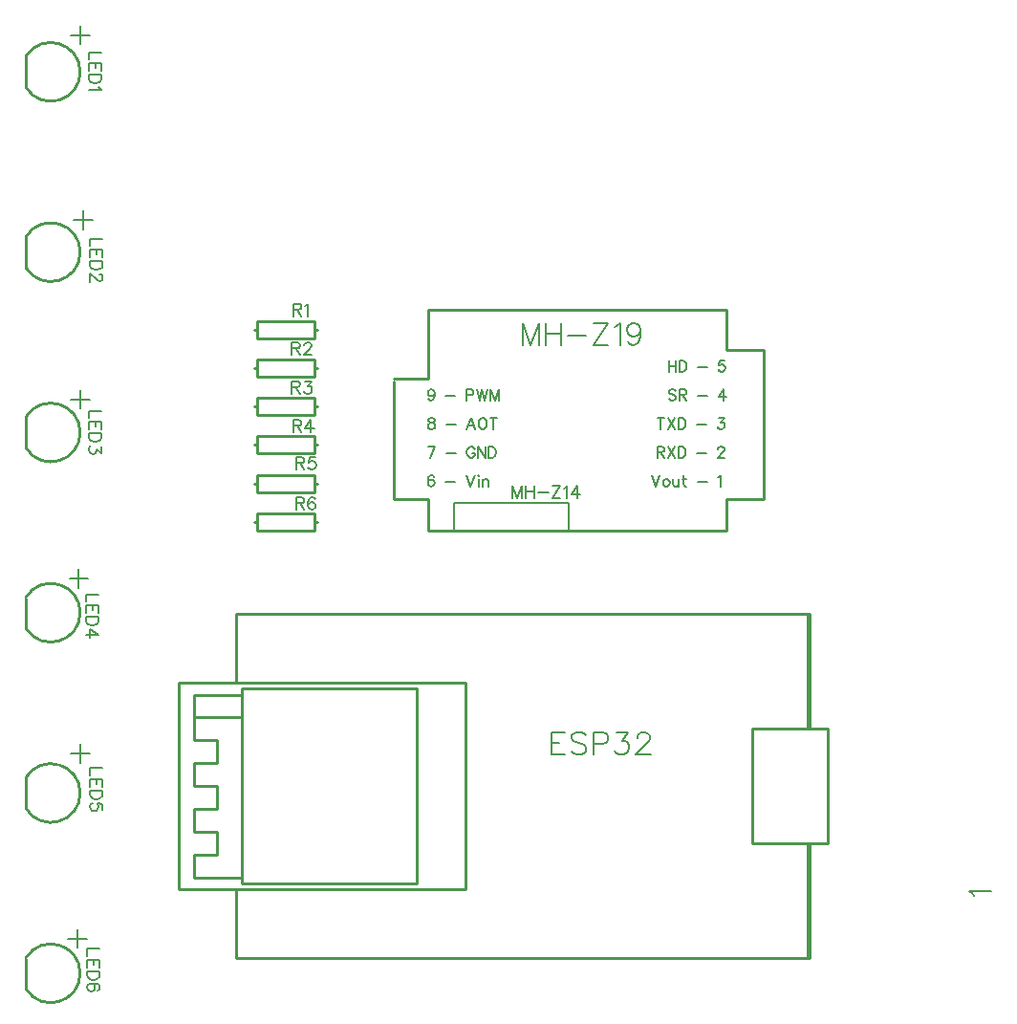
<source format=gto>
G04 Layer: TopSilkLayer*
G04 EasyEDA v6.4.7, 2020-10-28T19:07:04+01:00*
G04 bb3374b6982d409485d2e8f05e856911,8ad6603aa9144f4486dc47fe7e0b0969,10*
G04 Gerber Generator version 0.2*
G04 Scale: 100 percent, Rotated: No, Reflected: No *
G04 Dimensions in millimeters *
G04 leading zeros omitted , absolute positions ,3 integer and 3 decimal *
%FSLAX33Y33*%
%MOMM*%
G90*
D02*

%ADD10C,0.254000*%
%ADD12C,0.203200*%
%ADD20C,0.202999*%
%ADD21C,0.152400*%

%LPD*%
G54D10*
G01X39878Y62103D02*
G01X42926Y62103D01*
G01X42926Y68199D01*
G01X69342Y68199D01*
G01X69342Y64643D01*
G01X72644Y64643D01*
G01X72644Y51435D01*
G01X69342Y51435D01*
G01X69342Y48641D01*
G01X42926Y48641D01*
G01X42926Y51435D01*
G01X39878Y51435D01*
G01X39878Y61849D01*
G54D12*
G01X45212Y48514D02*
G01X45212Y51054D01*
G01X55372Y51054D01*
G01X55372Y48514D01*
G01X53467Y48514D01*
G54D20*
G01X45212Y48514D02*
G01X53467Y48514D01*
G54D10*
G01X27813Y52806D02*
G01X27559Y52806D01*
G01X32893Y52806D02*
G01X33147Y52806D01*
G01X27813Y52806D02*
G01X27813Y53568D01*
G01X27813Y52044D02*
G01X27813Y52806D01*
G01X32893Y52044D02*
G01X27813Y52044D01*
G01X32893Y52806D02*
G01X32893Y52044D01*
G01X32893Y53568D02*
G01X32893Y52806D01*
G01X27813Y53568D02*
G01X32893Y53568D01*
G01X7295Y90543D02*
G01X7295Y87943D01*
G01X27813Y56210D02*
G01X27559Y56210D01*
G01X32893Y56210D02*
G01X33147Y56210D01*
G01X27813Y56210D02*
G01X27813Y56972D01*
G01X27813Y55448D02*
G01X27813Y56210D01*
G01X32893Y55448D02*
G01X27813Y55448D01*
G01X32893Y56210D02*
G01X32893Y55448D01*
G01X32893Y56972D02*
G01X32893Y56210D01*
G01X27813Y56972D02*
G01X32893Y56972D01*
G01X27813Y49403D02*
G01X27559Y49403D01*
G01X32893Y49403D02*
G01X33147Y49403D01*
G01X27813Y49403D02*
G01X27813Y50165D01*
G01X27813Y48641D02*
G01X27813Y49403D01*
G01X32893Y48641D02*
G01X27813Y48641D01*
G01X32893Y49403D02*
G01X32893Y48641D01*
G01X32893Y50165D02*
G01X32893Y49403D01*
G01X27813Y50165D02*
G01X32893Y50165D01*
G01X27813Y59613D02*
G01X27559Y59613D01*
G01X32893Y59613D02*
G01X33147Y59613D01*
G01X27813Y59613D02*
G01X27813Y60375D01*
G01X27813Y58851D02*
G01X27813Y59613D01*
G01X32893Y58851D02*
G01X27813Y58851D01*
G01X32893Y59613D02*
G01X32893Y58851D01*
G01X32893Y60375D02*
G01X32893Y59613D01*
G01X27813Y60375D02*
G01X32893Y60375D01*
G01X27813Y63017D02*
G01X27559Y63017D01*
G01X32893Y63017D02*
G01X33147Y63017D01*
G01X27813Y63017D02*
G01X27813Y63779D01*
G01X27813Y62255D02*
G01X27813Y63017D01*
G01X32893Y62255D02*
G01X27813Y62255D01*
G01X32893Y63017D02*
G01X32893Y62255D01*
G01X32893Y63779D02*
G01X32893Y63017D01*
G01X27813Y63779D02*
G01X32893Y63779D01*
G01X7295Y42650D02*
G01X7295Y40050D01*
G01X7295Y26685D02*
G01X7295Y24085D01*
G01X7295Y10721D02*
G01X7295Y8121D01*
G01X7295Y58614D02*
G01X7295Y56014D01*
G01X7295Y74578D02*
G01X7295Y71979D01*
G01X25908Y41275D02*
G01X76708Y41275D01*
G01X25908Y10795D02*
G01X50927Y10795D01*
G01X76708Y10795D01*
G01X20828Y16891D02*
G01X25926Y16891D01*
G01X20828Y35191D02*
G01X25921Y35191D01*
G01X25926Y16891D02*
G01X25908Y10795D01*
G01X25908Y41275D02*
G01X25921Y35191D01*
G01X26416Y17907D02*
G01X22225Y17907D01*
G01X22225Y17907D02*
G01X22225Y19939D01*
G01X22225Y21971D02*
G01X22225Y24003D01*
G01X22225Y26035D02*
G01X22225Y28067D01*
G01X24257Y19939D02*
G01X24257Y21971D01*
G01X24257Y24003D02*
G01X24257Y26035D01*
G01X24257Y28067D02*
G01X24257Y30099D01*
G01X24257Y19939D02*
G01X22225Y19939D01*
G01X24257Y21971D02*
G01X22225Y21971D01*
G01X24257Y24003D02*
G01X22225Y24003D01*
G01X24257Y26035D02*
G01X22225Y26035D01*
G01X24257Y28067D02*
G01X22225Y28067D01*
G01X24257Y30099D02*
G01X22225Y30099D01*
G01X20828Y35191D02*
G01X20828Y16891D01*
G01X26416Y32131D02*
G01X22225Y32131D01*
G01X22225Y30099D02*
G01X22225Y32131D01*
G01X22225Y32004D02*
G01X22225Y34036D01*
G01X26416Y34036D02*
G01X22288Y34036D01*
G01X20828Y16891D02*
G01X20828Y35179D01*
G01X46228Y35179D01*
G01X46228Y16891D01*
G01X20828Y16891D01*
G01X26416Y17399D02*
G01X26416Y34671D01*
G01X41910Y34671D01*
G01X41910Y17399D01*
G01X26416Y17399D01*
G01X71628Y20955D02*
G01X71628Y31115D01*
G01X78359Y31115D01*
G01X78359Y20955D01*
G01X71628Y20955D01*
G01X76581Y10795D02*
G01X76581Y20955D01*
G01X76708Y20955D01*
G01X76708Y10795D01*
G01X76581Y10795D01*
G01X76581Y31115D02*
G01X76581Y41275D01*
G01X76708Y41275D01*
G01X76708Y31115D01*
G01X76581Y31115D01*
G01X27813Y66421D02*
G01X27559Y66421D01*
G01X32893Y66421D02*
G01X33147Y66421D01*
G01X27813Y66421D02*
G01X27813Y67183D01*
G01X27813Y65659D02*
G01X27813Y66421D01*
G01X32893Y65659D02*
G01X27813Y65659D01*
G01X32893Y66421D02*
G01X32893Y65659D01*
G01X32893Y67183D02*
G01X32893Y66421D01*
G01X27813Y67183D02*
G01X32893Y67183D01*
G54D12*
G01X53848Y30751D02*
G01X53848Y28813D01*
G01X53848Y30751D02*
G01X55049Y30751D01*
G01X53848Y29829D02*
G01X54587Y29829D01*
G01X53848Y28813D02*
G01X55049Y28813D01*
G01X56951Y30474D02*
G01X56766Y30660D01*
G01X56489Y30751D01*
G01X56121Y30751D01*
G01X55841Y30660D01*
G01X55659Y30474D01*
G01X55659Y30289D01*
G01X55750Y30106D01*
G01X55841Y30012D01*
G01X56027Y29921D01*
G01X56581Y29735D01*
G01X56766Y29644D01*
G01X56857Y29552D01*
G01X56951Y29367D01*
G01X56951Y29090D01*
G01X56766Y28905D01*
G01X56489Y28813D01*
G01X56121Y28813D01*
G01X55841Y28905D01*
G01X55659Y29090D01*
G01X57561Y30751D02*
G01X57561Y28813D01*
G01X57561Y30751D02*
G01X58392Y30751D01*
G01X58668Y30660D01*
G01X58762Y30568D01*
G01X58854Y30383D01*
G01X58854Y30106D01*
G01X58762Y29921D01*
G01X58668Y29829D01*
G01X58392Y29735D01*
G01X57561Y29735D01*
G01X59649Y30751D02*
G01X60665Y30751D01*
G01X60109Y30012D01*
G01X60388Y30012D01*
G01X60571Y29921D01*
G01X60665Y29829D01*
G01X60756Y29552D01*
G01X60756Y29367D01*
G01X60665Y29090D01*
G01X60479Y28905D01*
G01X60203Y28813D01*
G01X59926Y28813D01*
G01X59649Y28905D01*
G01X59555Y28996D01*
G01X59463Y29182D01*
G01X61457Y30289D02*
G01X61457Y30383D01*
G01X61551Y30568D01*
G01X61643Y30660D01*
G01X61828Y30751D01*
G01X62196Y30751D01*
G01X62382Y30660D01*
G01X62473Y30568D01*
G01X62567Y30383D01*
G01X62567Y30198D01*
G01X62473Y30012D01*
G01X62290Y29735D01*
G01X61366Y28813D01*
G01X62659Y28813D01*
G01X11879Y13329D02*
G01X11879Y11668D01*
G01X11049Y12499D02*
G01X12712Y12499D01*
G01X12133Y29712D02*
G01X12133Y28051D01*
G01X11303Y28882D02*
G01X12966Y28882D01*
G01X12006Y45206D02*
G01X12006Y43545D01*
G01X11176Y44376D02*
G01X12839Y44376D01*
G01X12133Y61081D02*
G01X12133Y59420D01*
G01X11303Y60251D02*
G01X12966Y60251D01*
G01X12387Y76956D02*
G01X12387Y75295D01*
G01X11557Y76126D02*
G01X13220Y76126D01*
G01X12133Y93339D02*
G01X12133Y91678D01*
G01X11303Y92509D02*
G01X12966Y92509D01*
G01X51308Y67020D02*
G01X51308Y65082D01*
G01X51308Y67020D02*
G01X52047Y65082D01*
G01X52786Y67020D02*
G01X52047Y65082D01*
G01X52786Y67020D02*
G01X52786Y65082D01*
G01X53395Y67020D02*
G01X53395Y65082D01*
G01X54688Y67020D02*
G01X54688Y65082D01*
G01X53395Y66098D02*
G01X54688Y66098D01*
G01X55298Y65913D02*
G01X56959Y65913D01*
G01X58864Y67020D02*
G01X57569Y65082D01*
G01X57569Y67020D02*
G01X58864Y67020D01*
G01X57569Y65082D02*
G01X58864Y65082D01*
G01X59474Y66652D02*
G01X59656Y66743D01*
G01X59933Y67020D01*
G01X59933Y65082D01*
G01X61744Y66375D02*
G01X61653Y66098D01*
G01X61468Y65913D01*
G01X61191Y65821D01*
G01X61099Y65821D01*
G01X60820Y65913D01*
G01X60637Y66098D01*
G01X60543Y66375D01*
G01X60543Y66466D01*
G01X60637Y66743D01*
G01X60820Y66929D01*
G01X61099Y67020D01*
G01X61191Y67020D01*
G01X61468Y66929D01*
G01X61653Y66743D01*
G01X61744Y66375D01*
G01X61744Y65913D01*
G01X61653Y65450D01*
G01X61468Y65173D01*
G01X61191Y65082D01*
G01X61005Y65082D01*
G01X60728Y65173D01*
G01X60637Y65359D01*
G01X43517Y60805D02*
G01X43472Y60670D01*
G01X43380Y60579D01*
G01X43243Y60533D01*
G01X43197Y60533D01*
G01X43063Y60579D01*
G01X42971Y60670D01*
G01X42926Y60805D01*
G01X42926Y60850D01*
G01X42971Y60987D01*
G01X43063Y61079D01*
G01X43197Y61125D01*
G01X43243Y61125D01*
G01X43380Y61079D01*
G01X43472Y60987D01*
G01X43517Y60805D01*
G01X43517Y60579D01*
G01X43472Y60352D01*
G01X43380Y60215D01*
G01X43243Y60170D01*
G01X43152Y60170D01*
G01X43017Y60215D01*
G01X42971Y60307D01*
G01X44516Y60579D02*
G01X45333Y60579D01*
G01X46334Y61125D02*
G01X46334Y60170D01*
G01X46334Y61125D02*
G01X46743Y61125D01*
G01X46880Y61079D01*
G01X46926Y61033D01*
G01X46972Y60942D01*
G01X46972Y60805D01*
G01X46926Y60716D01*
G01X46880Y60670D01*
G01X46743Y60624D01*
G01X46334Y60624D01*
G01X47271Y61125D02*
G01X47498Y60170D01*
G01X47726Y61125D02*
G01X47498Y60170D01*
G01X47726Y61125D02*
G01X47952Y60170D01*
G01X48181Y61125D02*
G01X47952Y60170D01*
G01X48480Y61125D02*
G01X48480Y60170D01*
G01X48480Y61125D02*
G01X48844Y60170D01*
G01X49207Y61125D02*
G01X48844Y60170D01*
G01X49207Y61125D02*
G01X49207Y60170D01*
G01X43152Y58585D02*
G01X43017Y58539D01*
G01X42971Y58447D01*
G01X42971Y58356D01*
G01X43017Y58265D01*
G01X43108Y58221D01*
G01X43289Y58176D01*
G01X43426Y58130D01*
G01X43517Y58039D01*
G01X43563Y57947D01*
G01X43563Y57812D01*
G01X43517Y57721D01*
G01X43472Y57675D01*
G01X43334Y57630D01*
G01X43152Y57630D01*
G01X43017Y57675D01*
G01X42971Y57721D01*
G01X42926Y57812D01*
G01X42926Y57947D01*
G01X42971Y58039D01*
G01X43063Y58130D01*
G01X43197Y58176D01*
G01X43380Y58221D01*
G01X43472Y58265D01*
G01X43517Y58356D01*
G01X43517Y58447D01*
G01X43472Y58539D01*
G01X43334Y58585D01*
G01X43152Y58585D01*
G01X44561Y58039D02*
G01X45379Y58039D01*
G01X46743Y58585D02*
G01X46380Y57630D01*
G01X46743Y58585D02*
G01X47106Y57630D01*
G01X46517Y57947D02*
G01X46972Y57947D01*
G01X47680Y58585D02*
G01X47589Y58539D01*
G01X47498Y58447D01*
G01X47452Y58356D01*
G01X47406Y58221D01*
G01X47406Y57993D01*
G01X47452Y57856D01*
G01X47498Y57767D01*
G01X47589Y57675D01*
G01X47680Y57630D01*
G01X47861Y57630D01*
G01X47952Y57675D01*
G01X48044Y57767D01*
G01X48089Y57856D01*
G01X48135Y57993D01*
G01X48135Y58221D01*
G01X48089Y58356D01*
G01X48044Y58447D01*
G01X47952Y58539D01*
G01X47861Y58585D01*
G01X47680Y58585D01*
G01X48752Y58585D02*
G01X48752Y57630D01*
G01X48435Y58585D02*
G01X49070Y58585D01*
G01X43563Y56045D02*
G01X43108Y55090D01*
G01X42926Y56045D02*
G01X43563Y56045D01*
G01X44561Y55499D02*
G01X45379Y55499D01*
G01X47061Y55816D02*
G01X47017Y55907D01*
G01X46926Y55999D01*
G01X46835Y56045D01*
G01X46652Y56045D01*
G01X46563Y55999D01*
G01X46471Y55907D01*
G01X46426Y55816D01*
G01X46380Y55681D01*
G01X46380Y55453D01*
G01X46426Y55316D01*
G01X46471Y55227D01*
G01X46563Y55135D01*
G01X46652Y55090D01*
G01X46835Y55090D01*
G01X46926Y55135D01*
G01X47017Y55227D01*
G01X47061Y55316D01*
G01X47061Y55453D01*
G01X46835Y55453D02*
G01X47061Y55453D01*
G01X47363Y56045D02*
G01X47363Y55090D01*
G01X47363Y56045D02*
G01X47998Y55090D01*
G01X47998Y56045D02*
G01X47998Y55090D01*
G01X48298Y56045D02*
G01X48298Y55090D01*
G01X48298Y56045D02*
G01X48618Y56045D01*
G01X48752Y55999D01*
G01X48844Y55907D01*
G01X48889Y55816D01*
G01X48935Y55681D01*
G01X48935Y55453D01*
G01X48889Y55316D01*
G01X48844Y55227D01*
G01X48752Y55135D01*
G01X48618Y55090D01*
G01X48298Y55090D01*
G01X43472Y53367D02*
G01X43426Y53459D01*
G01X43289Y53505D01*
G01X43197Y53505D01*
G01X43063Y53459D01*
G01X42971Y53322D01*
G01X42926Y53096D01*
G01X42926Y52867D01*
G01X42971Y52687D01*
G01X43063Y52595D01*
G01X43197Y52550D01*
G01X43243Y52550D01*
G01X43380Y52595D01*
G01X43472Y52687D01*
G01X43517Y52821D01*
G01X43517Y52867D01*
G01X43472Y53004D01*
G01X43380Y53096D01*
G01X43243Y53141D01*
G01X43197Y53141D01*
G01X43063Y53096D01*
G01X42971Y53004D01*
G01X42926Y52867D01*
G01X44516Y52959D02*
G01X45333Y52959D01*
G01X46334Y53505D02*
G01X46697Y52550D01*
G01X47061Y53505D02*
G01X46697Y52550D01*
G01X47363Y53505D02*
G01X47406Y53459D01*
G01X47452Y53505D01*
G01X47406Y53550D01*
G01X47363Y53505D01*
G01X47406Y53185D02*
G01X47406Y52550D01*
G01X47752Y53185D02*
G01X47752Y52550D01*
G01X47752Y53004D02*
G01X47889Y53141D01*
G01X47980Y53185D01*
G01X48117Y53185D01*
G01X48206Y53141D01*
G01X48252Y53004D01*
G01X48252Y52550D01*
G01X64262Y63665D02*
G01X64262Y62710D01*
G01X64899Y63665D02*
G01X64899Y62710D01*
G01X64262Y63210D02*
G01X64899Y63210D01*
G01X65199Y63665D02*
G01X65199Y62710D01*
G01X65199Y63665D02*
G01X65516Y63665D01*
G01X65653Y63619D01*
G01X65742Y63527D01*
G01X65788Y63436D01*
G01X65834Y63301D01*
G01X65834Y63073D01*
G01X65788Y62936D01*
G01X65742Y62847D01*
G01X65653Y62755D01*
G01X65516Y62710D01*
G01X65199Y62710D01*
G01X66835Y63119D02*
G01X67652Y63119D01*
G01X69197Y63665D02*
G01X68742Y63665D01*
G01X68699Y63256D01*
G01X68742Y63301D01*
G01X68879Y63345D01*
G01X69016Y63345D01*
G01X69154Y63301D01*
G01X69242Y63210D01*
G01X69288Y63073D01*
G01X69288Y62981D01*
G01X69242Y62847D01*
G01X69154Y62755D01*
G01X69016Y62710D01*
G01X68879Y62710D01*
G01X68742Y62755D01*
G01X68699Y62801D01*
G01X68653Y62892D01*
G01X64899Y60987D02*
G01X64808Y61079D01*
G01X64670Y61125D01*
G01X64488Y61125D01*
G01X64353Y61079D01*
G01X64262Y60987D01*
G01X64262Y60896D01*
G01X64307Y60805D01*
G01X64353Y60761D01*
G01X64444Y60716D01*
G01X64716Y60624D01*
G01X64808Y60579D01*
G01X64853Y60533D01*
G01X64899Y60441D01*
G01X64899Y60307D01*
G01X64808Y60215D01*
G01X64670Y60170D01*
G01X64488Y60170D01*
G01X64353Y60215D01*
G01X64262Y60307D01*
G01X65199Y61125D02*
G01X65199Y60170D01*
G01X65199Y61125D02*
G01X65608Y61125D01*
G01X65742Y61079D01*
G01X65788Y61033D01*
G01X65834Y60942D01*
G01X65834Y60850D01*
G01X65788Y60761D01*
G01X65742Y60716D01*
G01X65608Y60670D01*
G01X65199Y60670D01*
G01X65516Y60670D02*
G01X65834Y60170D01*
G01X66835Y60579D02*
G01X67652Y60579D01*
G01X69108Y61125D02*
G01X68653Y60487D01*
G01X69334Y60487D01*
G01X69108Y61125D02*
G01X69108Y60170D01*
G01X63563Y58585D02*
G01X63563Y57630D01*
G01X63246Y58585D02*
G01X63883Y58585D01*
G01X64183Y58585D02*
G01X64818Y57630D01*
G01X64818Y58585D02*
G01X64183Y57630D01*
G01X65117Y58585D02*
G01X65117Y57630D01*
G01X65117Y58585D02*
G01X65438Y58585D01*
G01X65572Y58539D01*
G01X65664Y58447D01*
G01X65709Y58356D01*
G01X65755Y58221D01*
G01X65755Y57993D01*
G01X65709Y57856D01*
G01X65664Y57767D01*
G01X65572Y57675D01*
G01X65438Y57630D01*
G01X65117Y57630D01*
G01X66756Y58039D02*
G01X67574Y58039D01*
G01X68663Y58585D02*
G01X69164Y58585D01*
G01X68892Y58221D01*
G01X69027Y58221D01*
G01X69118Y58176D01*
G01X69164Y58130D01*
G01X69209Y57993D01*
G01X69209Y57901D01*
G01X69164Y57767D01*
G01X69072Y57675D01*
G01X68938Y57630D01*
G01X68800Y57630D01*
G01X68663Y57675D01*
G01X68618Y57721D01*
G01X68572Y57812D01*
G01X63246Y56045D02*
G01X63246Y55090D01*
G01X63246Y56045D02*
G01X63654Y56045D01*
G01X63792Y55999D01*
G01X63837Y55953D01*
G01X63883Y55862D01*
G01X63883Y55770D01*
G01X63837Y55681D01*
G01X63792Y55636D01*
G01X63654Y55590D01*
G01X63246Y55590D01*
G01X63563Y55590D02*
G01X63883Y55090D01*
G01X64183Y56045D02*
G01X64818Y55090D01*
G01X64818Y56045D02*
G01X64183Y55090D01*
G01X65117Y56045D02*
G01X65117Y55090D01*
G01X65117Y56045D02*
G01X65438Y56045D01*
G01X65572Y55999D01*
G01X65664Y55907D01*
G01X65709Y55816D01*
G01X65755Y55681D01*
G01X65755Y55453D01*
G01X65709Y55316D01*
G01X65664Y55227D01*
G01X65572Y55135D01*
G01X65438Y55090D01*
G01X65117Y55090D01*
G01X66756Y55499D02*
G01X67574Y55499D01*
G01X68618Y55816D02*
G01X68618Y55862D01*
G01X68663Y55953D01*
G01X68709Y55999D01*
G01X68800Y56045D01*
G01X68981Y56045D01*
G01X69072Y55999D01*
G01X69118Y55953D01*
G01X69164Y55862D01*
G01X69164Y55770D01*
G01X69118Y55681D01*
G01X69027Y55544D01*
G01X68572Y55090D01*
G01X69209Y55090D01*
G01X62738Y53505D02*
G01X63101Y52550D01*
G01X63464Y53505D02*
G01X63101Y52550D01*
G01X63992Y53185D02*
G01X63901Y53141D01*
G01X63809Y53050D01*
G01X63764Y52913D01*
G01X63764Y52821D01*
G01X63809Y52687D01*
G01X63901Y52595D01*
G01X63992Y52550D01*
G01X64129Y52550D01*
G01X64218Y52595D01*
G01X64310Y52687D01*
G01X64355Y52821D01*
G01X64355Y52913D01*
G01X64310Y53050D01*
G01X64218Y53141D01*
G01X64129Y53185D01*
G01X63992Y53185D01*
G01X64655Y53185D02*
G01X64655Y52732D01*
G01X64701Y52595D01*
G01X64792Y52550D01*
G01X64930Y52550D01*
G01X65018Y52595D01*
G01X65156Y52732D01*
G01X65156Y53185D02*
G01X65156Y52550D01*
G01X65592Y53505D02*
G01X65592Y52732D01*
G01X65638Y52595D01*
G01X65730Y52550D01*
G01X65819Y52550D01*
G01X65455Y53185D02*
G01X65773Y53185D01*
G01X66819Y52959D02*
G01X67637Y52959D01*
G01X68638Y53322D02*
G01X68729Y53367D01*
G01X68864Y53505D01*
G01X68864Y52550D01*
G54D21*
G01X50419Y52588D02*
G01X50419Y51498D01*
G01X50419Y52588D02*
G01X50835Y51498D01*
G01X51249Y52588D02*
G01X50835Y51498D01*
G01X51249Y52588D02*
G01X51249Y51498D01*
G01X51592Y52588D02*
G01X51592Y51498D01*
G01X52321Y52588D02*
G01X52321Y51498D01*
G01X51592Y52070D02*
G01X52321Y52070D01*
G01X52664Y51965D02*
G01X53599Y51965D01*
G01X54668Y52588D02*
G01X53941Y51498D01*
G01X53941Y52588D02*
G01X54668Y52588D01*
G01X53941Y51498D02*
G01X54668Y51498D01*
G01X55011Y52379D02*
G01X55115Y52433D01*
G01X55270Y52588D01*
G01X55270Y51498D01*
G01X56134Y52588D02*
G01X55613Y51861D01*
G01X56393Y51861D01*
G01X56134Y52588D02*
G01X56134Y51498D01*
G01X31242Y55128D02*
G01X31242Y54038D01*
G01X31242Y55128D02*
G01X31709Y55128D01*
G01X31864Y55077D01*
G01X31917Y55024D01*
G01X31968Y54919D01*
G01X31968Y54815D01*
G01X31917Y54711D01*
G01X31864Y54660D01*
G01X31709Y54610D01*
G01X31242Y54610D01*
G01X31605Y54610D02*
G01X31968Y54038D01*
G01X32936Y55128D02*
G01X32415Y55128D01*
G01X32364Y54660D01*
G01X32415Y54711D01*
G01X32572Y54764D01*
G01X32727Y54764D01*
G01X32882Y54711D01*
G01X32986Y54610D01*
G01X33040Y54452D01*
G01X33040Y54348D01*
G01X32986Y54193D01*
G01X32882Y54089D01*
G01X32727Y54038D01*
G01X32572Y54038D01*
G01X32415Y54089D01*
G01X32364Y54140D01*
G01X32311Y54244D01*
G01X13980Y90955D02*
G01X12890Y90955D01*
G01X12890Y90955D02*
G01X12890Y90333D01*
G01X13980Y89990D02*
G01X12890Y89990D01*
G01X13980Y89990D02*
G01X13980Y89314D01*
G01X13462Y89990D02*
G01X13462Y89573D01*
G01X12890Y89990D02*
G01X12890Y89314D01*
G01X13980Y88971D02*
G01X12890Y88971D01*
G01X13980Y88971D02*
G01X13980Y88605D01*
G01X13929Y88450D01*
G01X13825Y88346D01*
G01X13721Y88295D01*
G01X13563Y88242D01*
G01X13304Y88242D01*
G01X13149Y88295D01*
G01X13045Y88346D01*
G01X12941Y88450D01*
G01X12890Y88605D01*
G01X12890Y88971D01*
G01X13771Y87899D02*
G01X13825Y87795D01*
G01X13980Y87640D01*
G01X12890Y87640D01*
G01X30988Y58430D02*
G01X30988Y57340D01*
G01X30988Y58430D02*
G01X31455Y58430D01*
G01X31610Y58379D01*
G01X31663Y58326D01*
G01X31714Y58221D01*
G01X31714Y58117D01*
G01X31663Y58013D01*
G01X31610Y57962D01*
G01X31455Y57912D01*
G01X30988Y57912D01*
G01X31351Y57912D02*
G01X31714Y57340D01*
G01X32578Y58430D02*
G01X32057Y57703D01*
G01X32837Y57703D01*
G01X32578Y58430D02*
G01X32578Y57340D01*
G01X31242Y51572D02*
G01X31242Y50482D01*
G01X31242Y51572D02*
G01X31709Y51572D01*
G01X31864Y51521D01*
G01X31917Y51468D01*
G01X31968Y51363D01*
G01X31968Y51259D01*
G01X31917Y51155D01*
G01X31864Y51104D01*
G01X31709Y51054D01*
G01X31242Y51054D01*
G01X31605Y51054D02*
G01X31968Y50482D01*
G01X32936Y51417D02*
G01X32882Y51521D01*
G01X32727Y51572D01*
G01X32623Y51572D01*
G01X32468Y51521D01*
G01X32364Y51363D01*
G01X32311Y51104D01*
G01X32311Y50845D01*
G01X32364Y50637D01*
G01X32468Y50533D01*
G01X32623Y50482D01*
G01X32677Y50482D01*
G01X32832Y50533D01*
G01X32936Y50637D01*
G01X32986Y50792D01*
G01X32986Y50845D01*
G01X32936Y51000D01*
G01X32832Y51104D01*
G01X32677Y51155D01*
G01X32623Y51155D01*
G01X32468Y51104D01*
G01X32364Y51000D01*
G01X32311Y50845D01*
G01X30861Y61859D02*
G01X30861Y60769D01*
G01X30861Y61859D02*
G01X31328Y61859D01*
G01X31483Y61808D01*
G01X31536Y61755D01*
G01X31587Y61650D01*
G01X31587Y61546D01*
G01X31536Y61442D01*
G01X31483Y61391D01*
G01X31328Y61341D01*
G01X30861Y61341D01*
G01X31224Y61341D02*
G01X31587Y60769D01*
G01X32034Y61859D02*
G01X32605Y61859D01*
G01X32296Y61442D01*
G01X32451Y61442D01*
G01X32555Y61391D01*
G01X32605Y61341D01*
G01X32659Y61183D01*
G01X32659Y61079D01*
G01X32605Y60924D01*
G01X32501Y60820D01*
G01X32346Y60769D01*
G01X32191Y60769D01*
G01X32034Y60820D01*
G01X31983Y60871D01*
G01X31930Y60975D01*
G01X30861Y65288D02*
G01X30861Y64198D01*
G01X30861Y65288D02*
G01X31328Y65288D01*
G01X31483Y65237D01*
G01X31536Y65184D01*
G01X31587Y65079D01*
G01X31587Y64975D01*
G01X31536Y64871D01*
G01X31483Y64820D01*
G01X31328Y64770D01*
G01X30861Y64770D01*
G01X31224Y64770D02*
G01X31587Y64198D01*
G01X31983Y65029D02*
G01X31983Y65079D01*
G01X32034Y65184D01*
G01X32087Y65237D01*
G01X32191Y65288D01*
G01X32397Y65288D01*
G01X32501Y65237D01*
G01X32555Y65184D01*
G01X32605Y65079D01*
G01X32605Y64975D01*
G01X32555Y64871D01*
G01X32451Y64716D01*
G01X31930Y64198D01*
G01X32659Y64198D01*
G01X13726Y42949D02*
G01X12636Y42949D01*
G01X12636Y42949D02*
G01X12636Y42325D01*
G01X13726Y41982D02*
G01X12636Y41982D01*
G01X13726Y41982D02*
G01X13726Y41306D01*
G01X13208Y41982D02*
G01X13208Y41568D01*
G01X12636Y41982D02*
G01X12636Y41306D01*
G01X13726Y40963D02*
G01X12636Y40963D01*
G01X13726Y40963D02*
G01X13726Y40600D01*
G01X13675Y40445D01*
G01X13571Y40341D01*
G01X13467Y40290D01*
G01X13309Y40237D01*
G01X13050Y40237D01*
G01X12895Y40290D01*
G01X12791Y40341D01*
G01X12687Y40445D01*
G01X12636Y40600D01*
G01X12636Y40963D01*
G01X13726Y39376D02*
G01X12999Y39894D01*
G01X12999Y39114D01*
G01X13726Y39376D02*
G01X12636Y39376D01*
G01X14107Y27582D02*
G01X13017Y27582D01*
G01X13017Y27582D02*
G01X13017Y26958D01*
G01X14107Y26615D02*
G01X13017Y26615D01*
G01X14107Y26615D02*
G01X14107Y25939D01*
G01X13589Y26615D02*
G01X13589Y26201D01*
G01X13017Y26615D02*
G01X13017Y25939D01*
G01X14107Y25596D02*
G01X13017Y25596D01*
G01X14107Y25596D02*
G01X14107Y25233D01*
G01X14056Y25078D01*
G01X13952Y24974D01*
G01X13848Y24923D01*
G01X13690Y24870D01*
G01X13431Y24870D01*
G01X13276Y24923D01*
G01X13172Y24974D01*
G01X13068Y25078D01*
G01X13017Y25233D01*
G01X13017Y25596D01*
G01X14107Y23904D02*
G01X14107Y24423D01*
G01X13639Y24476D01*
G01X13690Y24423D01*
G01X13743Y24268D01*
G01X13743Y24110D01*
G01X13690Y23955D01*
G01X13589Y23851D01*
G01X13431Y23800D01*
G01X13327Y23800D01*
G01X13172Y23851D01*
G01X13068Y23955D01*
G01X13017Y24110D01*
G01X13017Y24268D01*
G01X13068Y24423D01*
G01X13119Y24476D01*
G01X13223Y24527D01*
G01X13853Y11580D02*
G01X12763Y11580D01*
G01X12763Y11580D02*
G01X12763Y10956D01*
G01X13853Y10613D02*
G01X12763Y10613D01*
G01X13853Y10613D02*
G01X13853Y9937D01*
G01X13335Y10613D02*
G01X13335Y10199D01*
G01X12763Y10613D02*
G01X12763Y9937D01*
G01X13853Y9594D02*
G01X12763Y9594D01*
G01X13853Y9594D02*
G01X13853Y9231D01*
G01X13802Y9076D01*
G01X13698Y8972D01*
G01X13594Y8921D01*
G01X13436Y8868D01*
G01X13177Y8868D01*
G01X13022Y8921D01*
G01X12918Y8972D01*
G01X12814Y9076D01*
G01X12763Y9231D01*
G01X12763Y9594D01*
G01X13698Y7902D02*
G01X13802Y7953D01*
G01X13853Y8108D01*
G01X13853Y8212D01*
G01X13802Y8370D01*
G01X13644Y8474D01*
G01X13385Y8525D01*
G01X13126Y8525D01*
G01X12918Y8474D01*
G01X12814Y8370D01*
G01X12763Y8212D01*
G01X12763Y8162D01*
G01X12814Y8007D01*
G01X12918Y7902D01*
G01X13073Y7849D01*
G01X13126Y7849D01*
G01X13281Y7902D01*
G01X13385Y8007D01*
G01X13436Y8162D01*
G01X13436Y8212D01*
G01X13385Y8370D01*
G01X13281Y8474D01*
G01X13126Y8525D01*
G01X13980Y59205D02*
G01X12888Y59205D01*
G01X12888Y59205D02*
G01X12888Y58581D01*
G01X13980Y58238D02*
G01X12888Y58238D01*
G01X13980Y58238D02*
G01X13980Y57562D01*
G01X13460Y58238D02*
G01X13460Y57824D01*
G01X12888Y58238D02*
G01X12888Y57562D01*
G01X13980Y57219D02*
G01X12888Y57219D01*
G01X13980Y57219D02*
G01X13980Y56856D01*
G01X13927Y56701D01*
G01X13823Y56597D01*
G01X13721Y56546D01*
G01X13564Y56493D01*
G01X13305Y56493D01*
G01X13150Y56546D01*
G01X13046Y56597D01*
G01X12942Y56701D01*
G01X12888Y56856D01*
G01X12888Y57219D01*
G01X13980Y56046D02*
G01X13980Y55474D01*
G01X13564Y55787D01*
G01X13564Y55632D01*
G01X13513Y55527D01*
G01X13460Y55474D01*
G01X13305Y55423D01*
G01X13201Y55423D01*
G01X13046Y55474D01*
G01X12942Y55578D01*
G01X12888Y55733D01*
G01X12888Y55891D01*
G01X12942Y56046D01*
G01X12992Y56099D01*
G01X13096Y56150D01*
G01X14107Y74445D02*
G01X13017Y74445D01*
G01X13017Y74445D02*
G01X13017Y73821D01*
G01X14107Y73478D02*
G01X13017Y73478D01*
G01X14107Y73478D02*
G01X14107Y72802D01*
G01X13589Y73478D02*
G01X13589Y73064D01*
G01X13017Y73478D02*
G01X13017Y72802D01*
G01X14107Y72459D02*
G01X13017Y72459D01*
G01X14107Y72459D02*
G01X14107Y72096D01*
G01X14056Y71941D01*
G01X13952Y71837D01*
G01X13848Y71786D01*
G01X13690Y71733D01*
G01X13431Y71733D01*
G01X13276Y71786D01*
G01X13172Y71837D01*
G01X13068Y71941D01*
G01X13017Y72096D01*
G01X13017Y72459D01*
G01X13848Y71339D02*
G01X13898Y71339D01*
G01X14003Y71286D01*
G01X14056Y71235D01*
G01X14107Y71131D01*
G01X14107Y70922D01*
G01X14056Y70818D01*
G01X14003Y70767D01*
G01X13898Y70714D01*
G01X13794Y70714D01*
G01X13690Y70767D01*
G01X13535Y70872D01*
G01X13017Y71390D01*
G01X13017Y70663D01*
G54D12*
G01X91282Y16255D02*
G01X91191Y16440D01*
G01X90914Y16717D01*
G01X92852Y16717D01*
G54D21*
G01X30988Y68717D02*
G01X30988Y67627D01*
G01X30988Y68717D02*
G01X31455Y68717D01*
G01X31610Y68666D01*
G01X31663Y68613D01*
G01X31714Y68508D01*
G01X31714Y68404D01*
G01X31663Y68300D01*
G01X31610Y68249D01*
G01X31455Y68199D01*
G01X30988Y68199D01*
G01X31351Y68199D02*
G01X31714Y67627D01*
G01X32057Y68508D02*
G01X32161Y68562D01*
G01X32318Y68717D01*
G01X32318Y67627D01*
G54D10*
G75*
G01X7323Y87862D02*
G03X7323Y90625I2203J1381D01*
G01*
G75*
G01X7323Y39968D02*
G03X7323Y42732I2203J1382D01*
G01*
G75*
G01X7323Y24004D02*
G03X7323Y26768I2203J1382D01*
G01*
G75*
G01X7323Y8040D02*
G03X7323Y10803I2203J1381D01*
G01*
G75*
G01X7323Y55933D02*
G03X7323Y58696I2203J1382D01*
G01*
G75*
G01X7323Y71897D02*
G03X7323Y74661I2203J1382D01*
G01*
M00*
M02*

</source>
